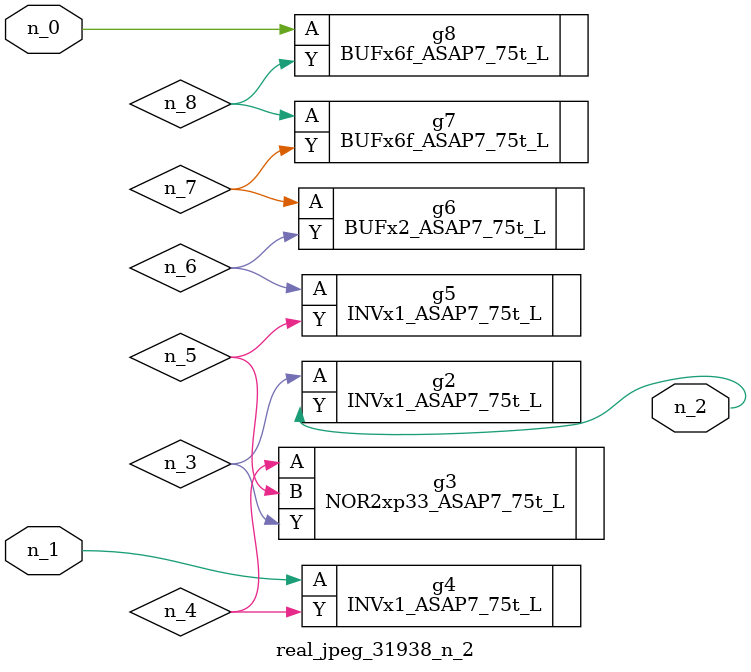
<source format=v>
module real_jpeg_31938_n_2 (n_1, n_0, n_2);

input n_1;
input n_0;

output n_2;

wire n_5;
wire n_4;
wire n_8;
wire n_6;
wire n_7;
wire n_3;

BUFx6f_ASAP7_75t_L g8 ( 
.A(n_0),
.Y(n_8)
);

INVx1_ASAP7_75t_L g4 ( 
.A(n_1),
.Y(n_4)
);

INVx1_ASAP7_75t_L g2 ( 
.A(n_3),
.Y(n_2)
);

NOR2xp33_ASAP7_75t_L g3 ( 
.A(n_4),
.B(n_5),
.Y(n_3)
);

INVx1_ASAP7_75t_L g5 ( 
.A(n_6),
.Y(n_5)
);

BUFx2_ASAP7_75t_L g6 ( 
.A(n_7),
.Y(n_6)
);

BUFx6f_ASAP7_75t_L g7 ( 
.A(n_8),
.Y(n_7)
);


endmodule
</source>
